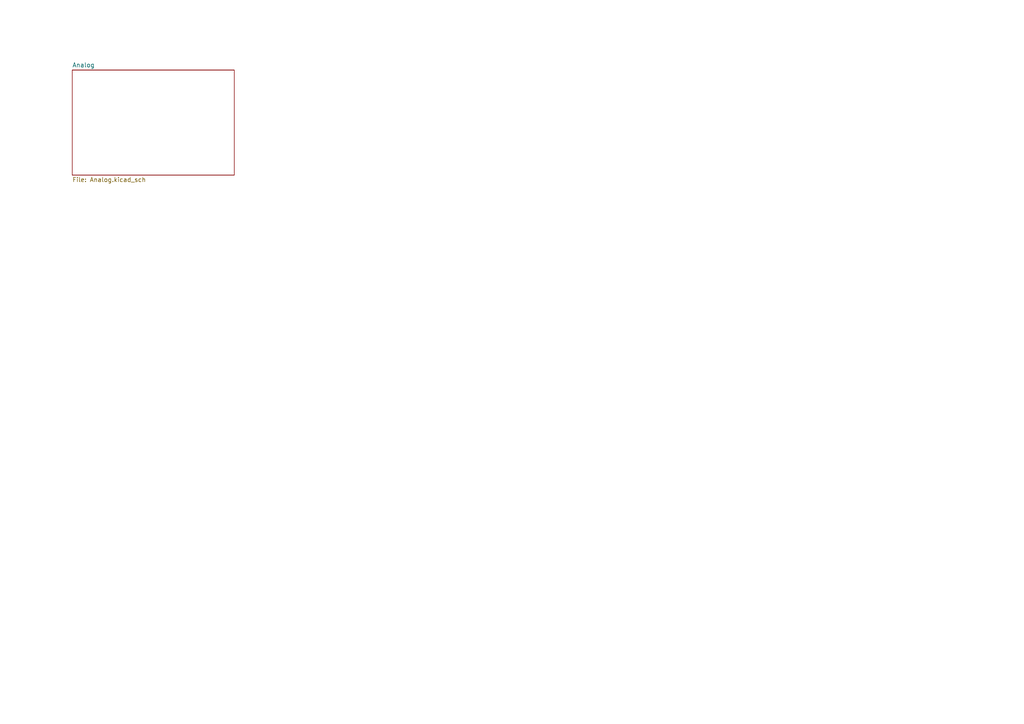
<source format=kicad_sch>
(kicad_sch
	(version 20231120)
	(generator "eeschema")
	(generator_version "8.0")
	(uuid "bc3da82e-d0a7-49a6-b9ec-ecd2040670ff")
	(paper "A4")
	(lib_symbols)
	(sheet
		(at 20.955 20.32)
		(size 46.99 30.48)
		(fields_autoplaced yes)
		(stroke
			(width 0.1524)
			(type solid)
		)
		(fill
			(color 0 0 0 0.0000)
		)
		(uuid "3aa5a90d-1712-4ed6-8a31-c8d55dd0f37d")
		(property "Sheetname" "Analog"
			(at 20.955 19.6084 0)
			(effects
				(font
					(size 1.27 1.27)
				)
				(justify left bottom)
			)
		)
		(property "Sheetfile" "Analog.kicad_sch"
			(at 20.955 51.3846 0)
			(effects
				(font
					(size 1.27 1.27)
				)
				(justify left top)
			)
		)
		(instances
			(project "HandymanSchematic_G0"
				(path "/bc3da82e-d0a7-49a6-b9ec-ecd2040670ff"
					(page "2")
				)
			)
		)
	)
	(sheet_instances
		(path "/"
			(page "1")
		)
	)
)

</source>
